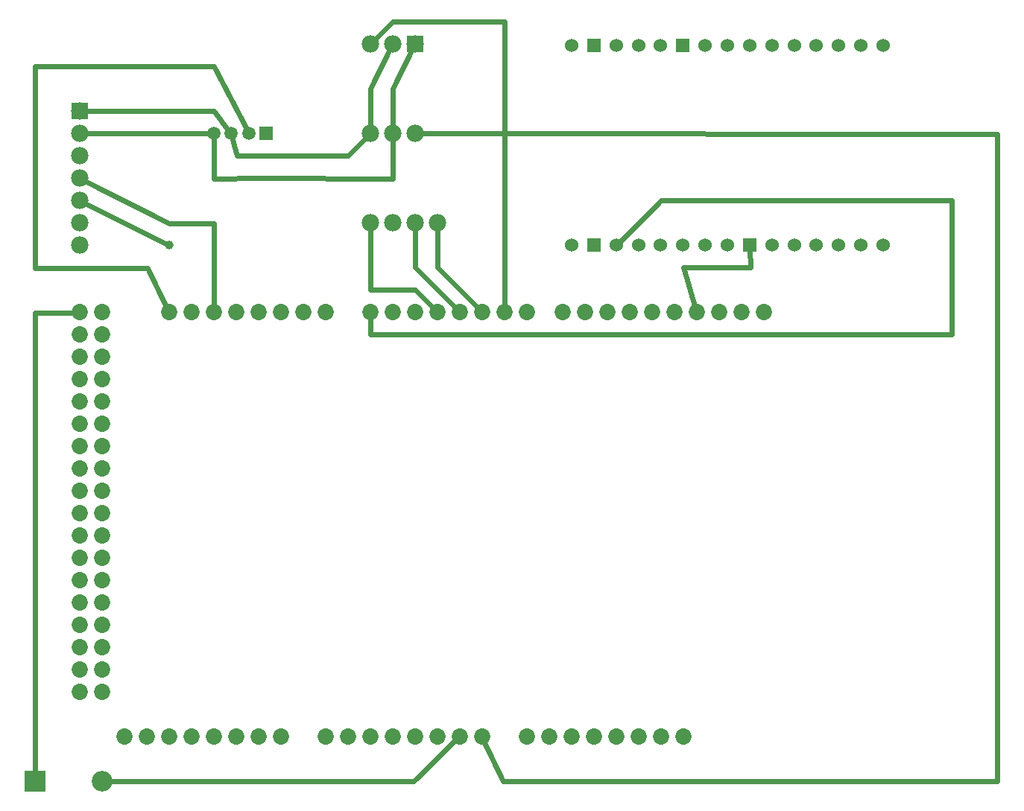
<source format=gbl>
G04 MADE WITH FRITZING*
G04 WWW.FRITZING.ORG*
G04 DOUBLE SIDED*
G04 HOLES PLATED*
G04 CONTOUR ON CENTER OF CONTOUR VECTOR*
%ASAXBY*%
%FSLAX23Y23*%
%MOIN*%
%OFA0B0*%
%SFA1.0B1.0*%
%ADD10C,0.059200*%
%ADD11C,0.060000*%
%ADD12C,0.078000*%
%ADD13C,0.072917*%
%ADD14C,0.092000*%
%ADD15C,0.039370*%
%ADD16R,0.059200X0.059200*%
%ADD17R,0.060028X0.060014*%
%ADD18R,0.060028X0.060000*%
%ADD19R,0.078000X0.078000*%
%ADD20R,0.092000X0.092000*%
%ADD21C,0.024000*%
%LNCOPPER0*%
G90*
G70*
G54D10*
X1510Y3056D03*
X1274Y3056D03*
X1353Y3056D03*
X1432Y3056D03*
G54D11*
X2875Y3449D03*
X2974Y3449D03*
X3074Y3449D03*
X3174Y3449D03*
X3273Y3449D03*
X3373Y3449D03*
X3472Y3449D03*
X3572Y3449D03*
X3671Y3449D03*
X3771Y3449D03*
X3871Y3449D03*
X3970Y3449D03*
X4070Y3449D03*
X4169Y3449D03*
X4269Y3449D03*
X4269Y2556D03*
X4169Y2556D03*
X4070Y2556D03*
X3970Y2556D03*
X3871Y2556D03*
X3771Y2556D03*
X3671Y2556D03*
X3572Y2556D03*
X3472Y2556D03*
X3373Y2556D03*
X3273Y2556D03*
X3174Y2556D03*
X3074Y2556D03*
X2974Y2556D03*
X2875Y2556D03*
G54D12*
X2174Y3056D03*
X2074Y3056D03*
X1974Y3056D03*
X2274Y2656D03*
X2174Y2656D03*
X2074Y2656D03*
X1974Y2656D03*
G54D13*
X1474Y356D03*
X3074Y356D03*
X1374Y356D03*
X1274Y356D03*
X1174Y356D03*
X1074Y356D03*
X774Y1756D03*
X974Y356D03*
X874Y356D03*
X3034Y2256D03*
X2474Y356D03*
X2374Y356D03*
X2274Y356D03*
X2174Y356D03*
X774Y956D03*
X2074Y356D03*
X1974Y356D03*
X1874Y356D03*
X1774Y356D03*
X2274Y2256D03*
X774Y2156D03*
X774Y1356D03*
X774Y556D03*
X3434Y2256D03*
X2674Y356D03*
X2674Y2256D03*
X774Y1956D03*
X774Y1556D03*
X774Y1156D03*
X1074Y2256D03*
X774Y756D03*
X1174Y2256D03*
X1274Y2256D03*
X1374Y2256D03*
X1474Y2256D03*
X1574Y2256D03*
X1674Y2256D03*
X1774Y2256D03*
X3634Y2256D03*
X3234Y2256D03*
X2834Y2256D03*
X3274Y356D03*
X2874Y356D03*
X2074Y2256D03*
X2474Y2256D03*
X774Y2256D03*
X774Y2056D03*
X774Y1856D03*
X774Y1656D03*
X774Y1456D03*
X774Y1256D03*
X774Y1056D03*
X774Y856D03*
X774Y656D03*
X3734Y2256D03*
X3534Y2256D03*
X3334Y2256D03*
X3134Y2256D03*
X2934Y2256D03*
X3374Y356D03*
X3174Y356D03*
X2974Y356D03*
X2774Y356D03*
X1974Y2256D03*
X2174Y2256D03*
X2374Y2256D03*
X2574Y2256D03*
X674Y2256D03*
X674Y2156D03*
X674Y2056D03*
X674Y1956D03*
X674Y1856D03*
X674Y1756D03*
X674Y1656D03*
X674Y1556D03*
X674Y1456D03*
X674Y1356D03*
X674Y1256D03*
X674Y1156D03*
X674Y1056D03*
X674Y956D03*
X674Y856D03*
X674Y756D03*
X674Y656D03*
X674Y556D03*
X1574Y356D03*
X1474Y356D03*
X3074Y356D03*
X1374Y356D03*
X1274Y356D03*
X1174Y356D03*
X1074Y356D03*
X774Y1756D03*
X974Y356D03*
X874Y356D03*
X3034Y2256D03*
X2474Y356D03*
X2374Y356D03*
X2274Y356D03*
X2174Y356D03*
X774Y956D03*
X2074Y356D03*
X1974Y356D03*
X1874Y356D03*
X1774Y356D03*
X2274Y2256D03*
X774Y2156D03*
X774Y1356D03*
X774Y556D03*
X3434Y2256D03*
X2674Y356D03*
X2674Y2256D03*
X774Y1956D03*
X774Y1556D03*
X774Y1156D03*
X1074Y2256D03*
X774Y756D03*
X1174Y2256D03*
X1274Y2256D03*
X1374Y2256D03*
X1474Y2256D03*
X1574Y2256D03*
X1674Y2256D03*
X1774Y2256D03*
X3634Y2256D03*
X3234Y2256D03*
X2834Y2256D03*
X3274Y356D03*
X2874Y356D03*
X2074Y2256D03*
X2474Y2256D03*
X774Y2256D03*
X774Y2056D03*
X774Y1856D03*
X774Y1656D03*
X774Y1456D03*
X774Y1256D03*
X774Y1056D03*
X774Y856D03*
X774Y656D03*
X3734Y2256D03*
X3534Y2256D03*
X3334Y2256D03*
X3134Y2256D03*
X2934Y2256D03*
X3374Y356D03*
X3174Y356D03*
X2974Y356D03*
X2774Y356D03*
X1974Y2256D03*
X2174Y2256D03*
X2374Y2256D03*
X2574Y2256D03*
X674Y2256D03*
X674Y2156D03*
X674Y2056D03*
X674Y1956D03*
X674Y1856D03*
X674Y1756D03*
X674Y1656D03*
X674Y1556D03*
X674Y1456D03*
X674Y1356D03*
X674Y1256D03*
X674Y1156D03*
X674Y1056D03*
X674Y956D03*
X674Y856D03*
X674Y756D03*
X674Y656D03*
X674Y556D03*
X1574Y356D03*
G54D12*
X674Y3156D03*
X674Y3056D03*
X674Y2956D03*
X674Y2856D03*
X674Y2756D03*
X674Y2656D03*
X674Y2556D03*
X674Y3156D03*
X674Y3056D03*
X674Y2956D03*
X674Y2856D03*
X674Y2756D03*
X674Y2656D03*
X674Y2556D03*
G54D14*
X474Y156D03*
X774Y156D03*
X474Y156D03*
X774Y156D03*
G54D12*
X2174Y3456D03*
X2074Y3456D03*
X1974Y3456D03*
X2174Y3456D03*
X2074Y3456D03*
X1974Y3456D03*
G54D15*
X1074Y2556D03*
G54D16*
X1510Y3056D03*
G54D17*
X2974Y3449D03*
X3373Y3449D03*
G54D18*
X3671Y2556D03*
X2974Y2556D03*
G54D19*
X674Y3156D03*
X674Y3156D03*
G54D20*
X474Y156D03*
X474Y156D03*
G54D19*
X2174Y3456D03*
X2174Y3456D03*
G54D21*
X474Y2252D02*
X655Y2255D01*
D02*
X474Y182D02*
X474Y2252D01*
D02*
X2170Y156D02*
X2360Y342D01*
D02*
X800Y156D02*
X2170Y156D01*
D02*
X691Y2747D02*
X1067Y2559D01*
D02*
X1074Y2652D02*
X1274Y2652D01*
D02*
X1274Y2652D02*
X1274Y2275D01*
D02*
X691Y2847D02*
X1074Y2652D01*
D02*
X1258Y3056D02*
X693Y3056D01*
D02*
X1343Y3068D02*
X1274Y3156D01*
D02*
X1274Y3156D02*
X693Y3156D01*
D02*
X978Y2452D02*
X1066Y2273D01*
D02*
X474Y2452D02*
X978Y2452D01*
D02*
X1170Y3356D02*
X474Y3356D01*
D02*
X474Y3356D02*
X474Y2452D01*
D02*
X1274Y3356D02*
X1170Y3356D01*
D02*
X1424Y3070D02*
X1274Y3356D01*
D02*
X2074Y3037D02*
X2074Y2852D01*
D02*
X1474Y2856D02*
X1274Y2852D01*
D02*
X2074Y2852D02*
X1474Y2856D01*
D02*
X1274Y2852D02*
X1274Y2956D01*
D02*
X1274Y2956D02*
X1274Y3040D01*
D02*
X1874Y2956D02*
X1961Y3042D01*
D02*
X1378Y2956D02*
X1874Y2956D01*
D02*
X1357Y3040D02*
X1378Y2956D01*
D02*
X1974Y3256D02*
X1974Y3075D01*
D02*
X2066Y3439D02*
X1974Y3256D01*
D02*
X2574Y3556D02*
X2574Y2275D01*
D02*
X1988Y3469D02*
X2074Y3556D01*
D02*
X2074Y3556D02*
X2574Y3556D01*
D02*
X2074Y3256D02*
X2074Y3075D01*
D02*
X2166Y3439D02*
X2074Y3256D01*
D02*
X2174Y2356D02*
X2261Y2269D01*
D02*
X1974Y2637D02*
X1974Y2356D01*
D02*
X1974Y2356D02*
X2174Y2356D01*
D02*
X2174Y2456D02*
X2361Y2269D01*
D02*
X2174Y2637D02*
X2174Y2456D01*
D02*
X2274Y2637D02*
X2274Y2456D01*
D02*
X2274Y2456D02*
X2461Y2269D01*
D02*
X2570Y156D02*
X4778Y156D01*
D02*
X4778Y156D02*
X4778Y3052D01*
D02*
X4778Y3052D02*
X2193Y3056D01*
D02*
X2482Y338D02*
X2570Y156D01*
D02*
X1974Y2156D02*
X4574Y2156D01*
D02*
X4574Y2156D02*
X4574Y2756D01*
D02*
X3274Y2756D02*
X3084Y2565D01*
D02*
X4574Y2756D02*
X3274Y2756D01*
D02*
X1974Y2236D02*
X1974Y2156D01*
D02*
X3374Y2456D02*
X3429Y2274D01*
D02*
X3672Y2542D02*
X3674Y2456D01*
D02*
X3674Y2456D02*
X3374Y2456D01*
G04 End of Copper0*
M02*
</source>
